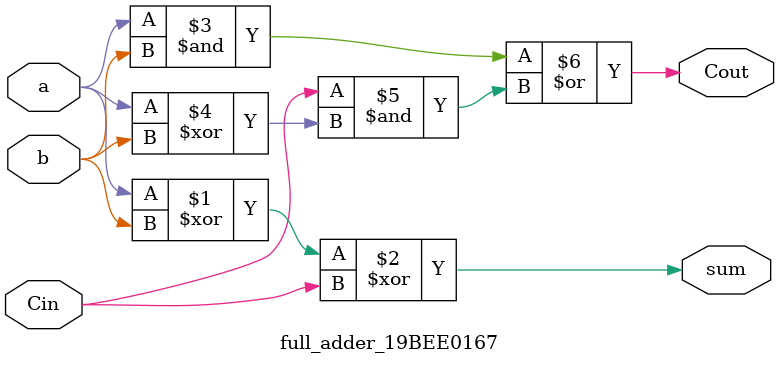
<source format=v>
module full_adder_19BEE0167(input a,b,Cin,output sum,Cout);
assign sum=a^b^Cin;
assign Cout=(a&b)|(Cin&(a^b));
endmodule
</source>
